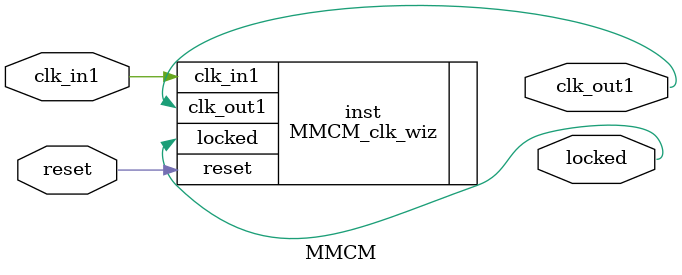
<source format=v>


`timescale 1ps/1ps

(* CORE_GENERATION_INFO = "MMCM,clk_wiz_v6_0_10_0_0,{component_name=MMCM,use_phase_alignment=true,use_min_o_jitter=false,use_max_i_jitter=false,use_dyn_phase_shift=false,use_inclk_switchover=false,use_dyn_reconfig=false,enable_axi=0,feedback_source=FDBK_AUTO,PRIMITIVE=PLL,num_out_clk=1,clkin1_period=10.000,clkin2_period=10.000,use_power_down=false,use_reset=true,use_locked=true,use_inclk_stopped=false,feedback_type=SINGLE,CLOCK_MGR_TYPE=NA,manual_override=false}" *)

module MMCM 
 (
  // Clock out ports
  output        clk_out1,
  // Status and control signals
  input         reset,
  output        locked,
 // Clock in ports
  input         clk_in1
 );

  MMCM_clk_wiz inst
  (
  // Clock out ports  
  .clk_out1(clk_out1),
  // Status and control signals               
  .reset(reset), 
  .locked(locked),
 // Clock in ports
  .clk_in1(clk_in1)
  );

endmodule

</source>
